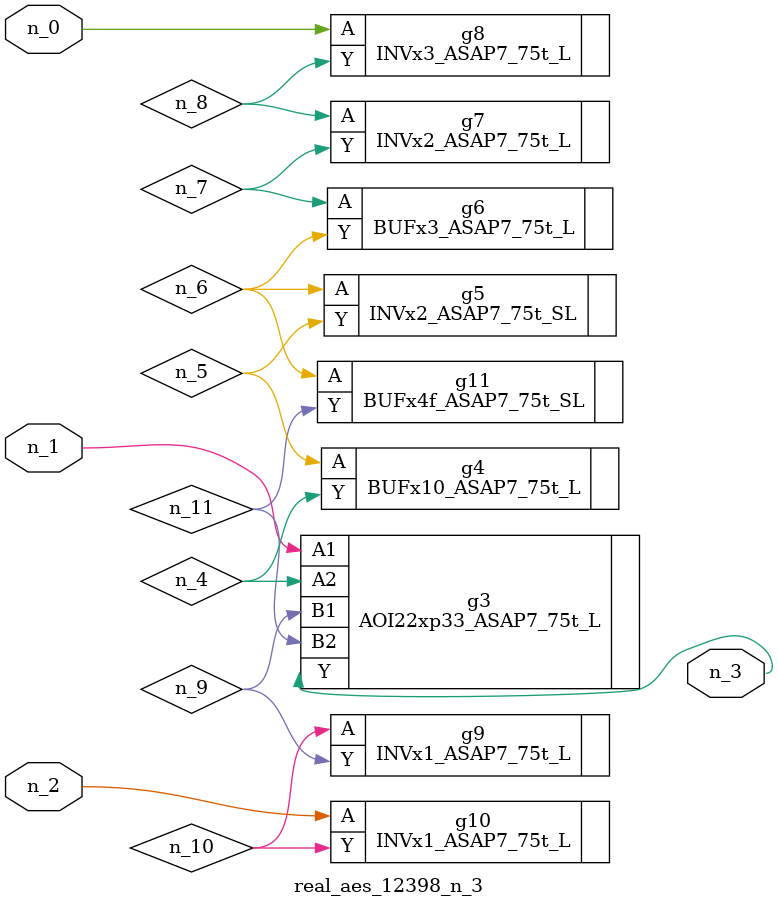
<source format=v>
module real_aes_12398_n_3 (n_0, n_2, n_1, n_3);
input n_0;
input n_2;
input n_1;
output n_3;
wire n_4;
wire n_5;
wire n_7;
wire n_9;
wire n_6;
wire n_8;
wire n_10;
wire n_11;
INVx3_ASAP7_75t_L g8 ( .A(n_0), .Y(n_8) );
AOI22xp33_ASAP7_75t_L g3 ( .A1(n_1), .A2(n_4), .B1(n_9), .B2(n_11), .Y(n_3) );
INVx1_ASAP7_75t_L g10 ( .A(n_2), .Y(n_10) );
BUFx10_ASAP7_75t_L g4 ( .A(n_5), .Y(n_4) );
INVx2_ASAP7_75t_SL g5 ( .A(n_6), .Y(n_5) );
BUFx4f_ASAP7_75t_SL g11 ( .A(n_6), .Y(n_11) );
BUFx3_ASAP7_75t_L g6 ( .A(n_7), .Y(n_6) );
INVx2_ASAP7_75t_L g7 ( .A(n_8), .Y(n_7) );
INVx1_ASAP7_75t_L g9 ( .A(n_10), .Y(n_9) );
endmodule
</source>
